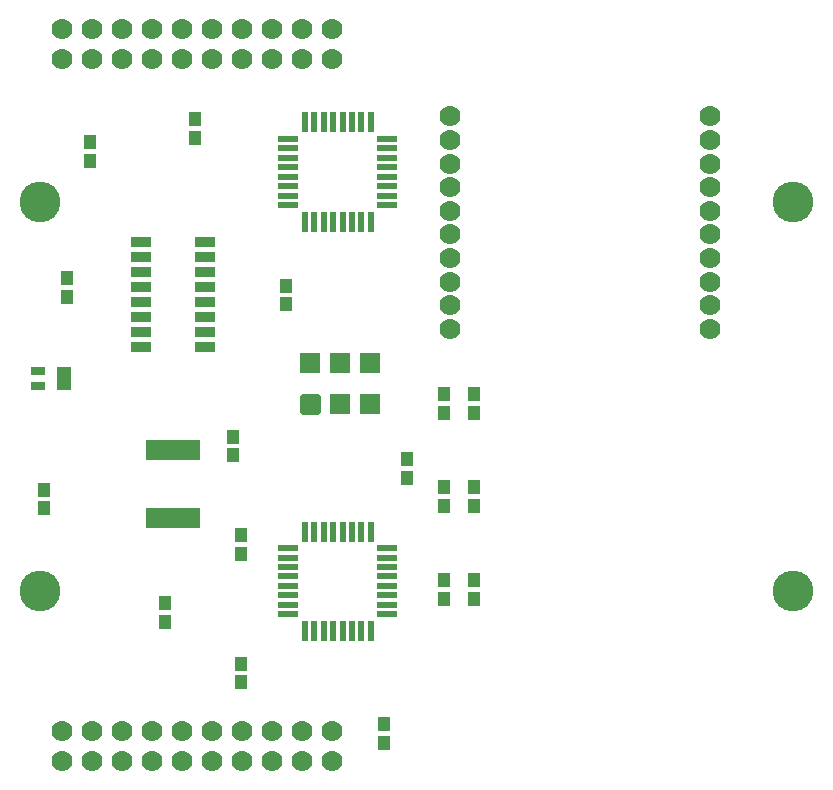
<source format=gts>
*
*
G04 PADS 9.3.1 Build Number: 456998 generated Gerber (RS-274-X) file*
G04 PC Version=2.1*
*
%IN "DistanceRadioRover.pcb"*%
*
%MOIN*%
*
%FSLAX35Y35*%
*
*
*
*
G04 PC Standard Apertures*
*
*
G04 Thermal Relief Aperture macro.*
%AMTER*
1,1,$1,0,0*
1,0,$1-$2,0,0*
21,0,$3,$4,0,0,45*
21,0,$3,$4,0,0,135*
%
*
*
G04 Annular Aperture macro.*
%AMANN*
1,1,$1,0,0*
1,0,$2,0,0*
%
*
*
G04 Odd Aperture macro.*
%AMODD*
1,1,$1,0,0*
1,0,$1-0.005,0,0*
%
*
*
G04 PC Custom Aperture Macros*
*
*
*
*
*
*
G04 PC Aperture Table*
*
%ADD010C,0.001*%
%ADD048R,0.04X0.048*%
%ADD051C,0.07*%
%ADD166R,0.06906X0.03362*%
%ADD195C,0.0226*%
%ADD196R,0.06709X0.06906*%
%ADD197R,0.04937X0.02969*%
%ADD198C,0.13598*%
%ADD199R,0.06512X0.02181*%
%ADD200R,0.02181X0.06512*%
%ADD201R,0.02575X0.06709*%
*
*
*
*
G04 PC Circuitry*
G04 Layer Name DistanceRadioRover.pcb - circuitry*
%LPD*%
*
*
G04 PC Custom Flashes*
G04 Layer Name DistanceRadioRover.pcb - flashes*
%LPD*%
*
*
G04 PC Circuitry*
G04 Layer Name DistanceRadioRover.pcb - circuitry*
%LPD*%
*
G54D10*
G54D48*
G01X65512Y222313D03*
Y216113D03*
X80630Y34695D03*
Y40895D03*
X78110Y110286D03*
Y116486D03*
X136063Y108927D03*
Y102727D03*
X128504Y20738D03*
Y14538D03*
X80630Y77530D03*
Y83730D03*
X22677Y169399D03*
Y163199D03*
X55433Y54853D03*
Y61053D03*
X30236Y208554D03*
Y214754D03*
X95748Y160680D03*
Y166880D03*
X15118Y98848D03*
Y92648D03*
X148408Y99720D03*
Y93520D03*
X158487Y99720D03*
Y93520D03*
X148222Y68707D03*
Y62507D03*
X158300Y68707D03*
Y62507D03*
X148408Y130734D03*
Y124534D03*
X158487Y130734D03*
Y124534D03*
G54D51*
X21067Y8508D03*
Y18508D03*
X31067Y8508D03*
Y18508D03*
X41067Y8508D03*
Y18508D03*
X51067Y8508D03*
Y18508D03*
X61067Y8508D03*
Y18508D03*
X71067Y8508D03*
Y18508D03*
X81067Y8508D03*
Y18508D03*
X91067Y8508D03*
Y18508D03*
X101067Y8508D03*
Y18508D03*
X111067Y8508D03*
Y18508D03*
X21067Y242258D03*
Y252258D03*
X31067Y242258D03*
Y252258D03*
X41067Y242258D03*
Y252258D03*
X51067Y242258D03*
Y252258D03*
X61067Y242258D03*
Y252258D03*
X71067Y242258D03*
Y252258D03*
X81067Y242258D03*
Y252258D03*
X91067Y242258D03*
Y252258D03*
X101067Y242258D03*
Y252258D03*
X111067Y242258D03*
Y252258D03*
X237134Y223299D03*
Y215425D03*
Y207551D03*
Y199677D03*
Y191803D03*
Y183929D03*
Y176055D03*
Y168181D03*
Y160307D03*
Y152433D03*
X150520Y223299D03*
Y215425D03*
Y207551D03*
Y199677D03*
Y191803D03*
Y183929D03*
Y176055D03*
Y168181D03*
Y160307D03*
Y152433D03*
G54D166*
X68583Y146280D03*
Y151280D03*
Y156280D03*
Y161280D03*
Y166280D03*
Y171280D03*
Y176280D03*
Y181280D03*
X47323D03*
Y176280D03*
Y171280D03*
Y166280D03*
Y161280D03*
Y156280D03*
Y151280D03*
Y146280D03*
G54D195*
X105965Y124975D02*
X101516D01*
Y129621*
X105965*
Y124975*
X101516Y126551D02*
X105965D01*
X101516Y128811D02*
X105965D01*
X101693Y124975D02*
Y129621D01*
X103953Y124975D02*
Y129621D01*
G54D196*
X113740Y127298D03*
X123740D03*
Y141196D03*
X113740D03*
X103740D03*
G54D197*
X21808Y133285D03*
Y135844D03*
Y138403D03*
X13146D03*
Y133285D03*
G54D198*
X13780Y64961D03*
Y194882D03*
X264567D03*
Y64961D03*
G54D199*
X96457Y215748D03*
Y212598D03*
Y209449D03*
Y206299D03*
Y203150D03*
Y200000D03*
Y196850D03*
Y193701D03*
X129528D03*
Y196850D03*
Y200000D03*
Y203150D03*
Y206299D03*
Y209449D03*
Y212598D03*
Y215748D03*
X96457Y79376D03*
Y76227D03*
Y73077D03*
Y69927D03*
Y66778D03*
Y63628D03*
Y60479D03*
Y57329D03*
X129528D03*
Y60479D03*
Y63628D03*
Y66778D03*
Y69927D03*
Y73077D03*
Y76227D03*
Y79376D03*
G54D200*
X101969Y188189D03*
X105118D03*
X108268D03*
X111417D03*
X114567D03*
X117717D03*
X120866D03*
X124016D03*
Y221260D03*
X120866D03*
X117717D03*
X114567D03*
X111417D03*
X108268D03*
X105118D03*
X101969D03*
Y51817D03*
X105118D03*
X108268D03*
X111417D03*
X114567D03*
X117717D03*
X120866D03*
X124016D03*
Y84888D03*
X120866D03*
X117717D03*
X114567D03*
X111417D03*
X108268D03*
X105118D03*
X101969D03*
G54D201*
X65630Y112106D03*
X63071D03*
X60512D03*
X57953D03*
X55394D03*
X52835D03*
X50276D03*
Y89469D03*
X52835D03*
X55394D03*
X57953D03*
X60512D03*
X63071D03*
X65630D03*
X0Y0D02*
M02*

</source>
